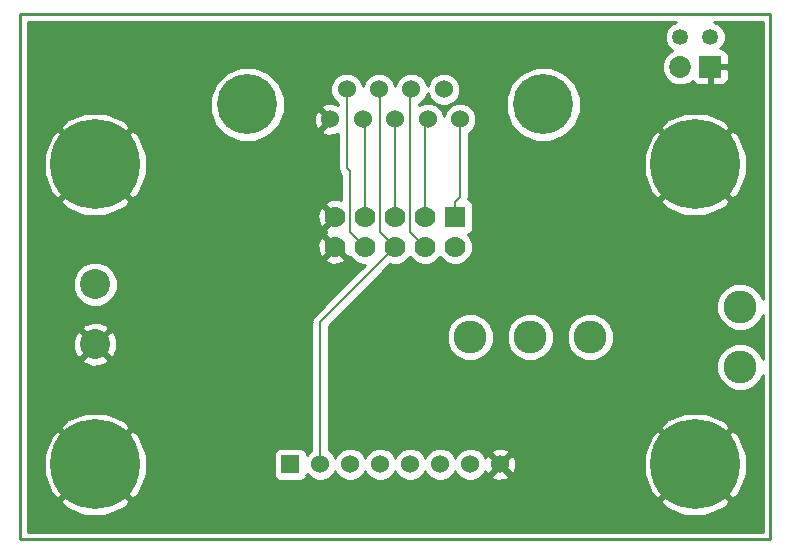
<source format=gbl>
G04 (created by PCBNEW-RS274X (2010-03-14)-final) date Tue 08 Feb 2011 04:32:16 PM PST*
G01*
G70*
G90*
%MOIN*%
G04 Gerber Fmt 3.4, Leading zero omitted, Abs format*
%FSLAX34Y34*%
G04 APERTURE LIST*
%ADD10C,0.006000*%
%ADD11C,0.009000*%
%ADD12C,0.060000*%
%ADD13C,0.200000*%
%ADD14O,0.109500X0.109500*%
%ADD15C,0.109500*%
%ADD16C,0.100000*%
%ADD17R,0.060000X0.060000*%
%ADD18R,0.070000X0.070000*%
%ADD19C,0.070000*%
%ADD20C,0.300000*%
%ADD21C,0.073000*%
%ADD22R,0.073000X0.073000*%
%ADD23C,0.053000*%
%ADD24C,0.008000*%
%ADD25C,0.010000*%
G04 APERTURE END LIST*
G54D10*
G54D11*
X38500Y-39000D02*
X38500Y-56500D01*
X63500Y-39000D02*
X38500Y-39000D01*
X63500Y-56500D02*
X63500Y-39000D01*
X38500Y-56500D02*
X63500Y-56500D01*
G54D12*
X53160Y-42500D03*
X52080Y-42500D03*
X51000Y-42500D03*
X49920Y-42500D03*
X48840Y-42500D03*
X52620Y-41500D03*
X51540Y-41500D03*
X50460Y-41500D03*
X49380Y-41500D03*
G54D13*
X55930Y-42000D03*
X46070Y-42000D03*
G54D14*
X57500Y-49750D03*
X55500Y-49750D03*
X53500Y-49750D03*
G54D15*
X62500Y-50750D03*
X62500Y-48750D03*
G54D16*
X41000Y-48000D03*
X41000Y-50000D03*
G54D17*
X47500Y-54000D03*
G54D12*
X48500Y-54000D03*
X49500Y-54000D03*
X50500Y-54000D03*
X51500Y-54000D03*
X52500Y-54000D03*
X53500Y-54000D03*
X54500Y-54000D03*
G54D18*
X53000Y-45750D03*
G54D19*
X53000Y-46750D03*
X52000Y-45750D03*
X52000Y-46750D03*
X51000Y-45750D03*
X51000Y-46750D03*
X50000Y-45750D03*
X50000Y-46750D03*
X49000Y-45750D03*
X49000Y-46750D03*
G54D20*
X41000Y-44000D03*
X61000Y-44000D03*
X41000Y-54000D03*
X61000Y-54000D03*
G54D21*
X60500Y-40750D03*
G54D22*
X61500Y-40750D03*
G54D23*
X61500Y-39750D03*
X60500Y-39750D03*
G54D24*
X53160Y-45097D02*
X53160Y-42500D01*
X53000Y-45257D02*
X53160Y-45097D01*
X53000Y-45750D02*
X53000Y-45257D01*
X51000Y-45750D02*
X51000Y-42500D01*
X51500Y-41540D02*
X51540Y-41500D01*
X51500Y-46250D02*
X51500Y-41540D01*
X52000Y-46750D02*
X51500Y-46250D01*
X50500Y-41540D02*
X50460Y-41500D01*
X50500Y-46250D02*
X50500Y-41540D01*
X51000Y-46750D02*
X50500Y-46250D01*
X48500Y-49250D02*
X51000Y-46750D01*
X48500Y-54000D02*
X48500Y-49250D01*
X52000Y-42580D02*
X52080Y-42500D01*
X52000Y-45750D02*
X52000Y-42580D01*
X50000Y-42580D02*
X49920Y-42500D01*
X50000Y-45750D02*
X50000Y-42580D01*
X49380Y-44103D02*
X49380Y-41500D01*
X49496Y-44219D02*
X49380Y-44103D01*
X49496Y-46246D02*
X49496Y-44219D01*
X50000Y-46750D02*
X49496Y-46246D01*
G54D25*
X61626Y-39244D02*
X61626Y-39244D01*
X38745Y-39324D02*
X60198Y-39324D01*
X61802Y-39324D02*
X63255Y-39324D01*
X38745Y-39404D02*
X60118Y-39404D01*
X61882Y-39404D02*
X63255Y-39404D01*
X38745Y-39484D02*
X60054Y-39484D01*
X61948Y-39484D02*
X63255Y-39484D01*
X38745Y-39564D02*
X60020Y-39564D01*
X61981Y-39564D02*
X63255Y-39564D01*
X38745Y-39644D02*
X59987Y-39644D01*
X62014Y-39644D02*
X63255Y-39644D01*
X38745Y-39724D02*
X59985Y-39724D01*
X62015Y-39724D02*
X63255Y-39724D01*
X38745Y-39804D02*
X59985Y-39804D01*
X62015Y-39804D02*
X63255Y-39804D01*
X38745Y-39884D02*
X59998Y-39884D01*
X62002Y-39884D02*
X63255Y-39884D01*
X38745Y-39964D02*
X60031Y-39964D01*
X61968Y-39964D02*
X63255Y-39964D01*
X38745Y-40044D02*
X60066Y-40044D01*
X61933Y-40044D02*
X63255Y-40044D01*
X38745Y-40124D02*
X60146Y-40124D01*
X61853Y-40124D02*
X63255Y-40124D01*
X38745Y-40204D02*
X60211Y-40204D01*
X62036Y-40204D02*
X63255Y-40204D01*
X38745Y-40284D02*
X60097Y-40284D01*
X62093Y-40284D02*
X63255Y-40284D01*
X38745Y-40364D02*
X60017Y-40364D01*
X62114Y-40364D02*
X63255Y-40364D01*
X38745Y-40444D02*
X59962Y-40444D01*
X62115Y-40444D02*
X63255Y-40444D01*
X38745Y-40524D02*
X59928Y-40524D01*
X62115Y-40524D02*
X63255Y-40524D01*
X38745Y-40604D02*
X59895Y-40604D01*
X62115Y-40604D02*
X63255Y-40604D01*
X38745Y-40684D02*
X59885Y-40684D01*
X62069Y-40684D02*
X63255Y-40684D01*
X38745Y-40764D02*
X45790Y-40764D01*
X46352Y-40764D02*
X55650Y-40764D01*
X56212Y-40764D02*
X59885Y-40764D01*
X61450Y-40764D02*
X63255Y-40764D01*
X38745Y-40844D02*
X45596Y-40844D01*
X46545Y-40844D02*
X55456Y-40844D01*
X56405Y-40844D02*
X59885Y-40844D01*
X61450Y-40844D02*
X61550Y-40844D01*
X62097Y-40844D02*
X63255Y-40844D01*
X38745Y-40924D02*
X45402Y-40924D01*
X46738Y-40924D02*
X55262Y-40924D01*
X56598Y-40924D02*
X59906Y-40924D01*
X61450Y-40924D02*
X61550Y-40924D01*
X62114Y-40924D02*
X63255Y-40924D01*
X38745Y-41004D02*
X45299Y-41004D01*
X46842Y-41004D02*
X49144Y-41004D01*
X49617Y-41004D02*
X50224Y-41004D01*
X50697Y-41004D02*
X51304Y-41004D01*
X51777Y-41004D02*
X52384Y-41004D01*
X52857Y-41004D02*
X55159Y-41004D01*
X56702Y-41004D02*
X59939Y-41004D01*
X61450Y-41004D02*
X61550Y-41004D01*
X62114Y-41004D02*
X63255Y-41004D01*
X38745Y-41084D02*
X45219Y-41084D01*
X46922Y-41084D02*
X49020Y-41084D01*
X49740Y-41084D02*
X50100Y-41084D01*
X50820Y-41084D02*
X51180Y-41084D01*
X51900Y-41084D02*
X52260Y-41084D01*
X52980Y-41084D02*
X55079Y-41084D01*
X56782Y-41084D02*
X59973Y-41084D01*
X61450Y-41084D02*
X61550Y-41084D01*
X62114Y-41084D02*
X63255Y-41084D01*
X38745Y-41164D02*
X45139Y-41164D01*
X47002Y-41164D02*
X48940Y-41164D01*
X49820Y-41164D02*
X50020Y-41164D01*
X50900Y-41164D02*
X51100Y-41164D01*
X51980Y-41164D02*
X52180Y-41164D01*
X53060Y-41164D02*
X54999Y-41164D01*
X56862Y-41164D02*
X60044Y-41164D01*
X61450Y-41164D02*
X61550Y-41164D01*
X62114Y-41164D02*
X63255Y-41164D01*
X38745Y-41244D02*
X45059Y-41244D01*
X47082Y-41244D02*
X48893Y-41244D01*
X49868Y-41244D02*
X49973Y-41244D01*
X50948Y-41244D02*
X51053Y-41244D01*
X52028Y-41244D02*
X52133Y-41244D01*
X53108Y-41244D02*
X54919Y-41244D01*
X56942Y-41244D02*
X60124Y-41244D01*
X60875Y-41244D02*
X60918Y-41244D01*
X61450Y-41244D02*
X61550Y-41244D01*
X62081Y-41244D02*
X63255Y-41244D01*
X38745Y-41324D02*
X44998Y-41324D01*
X47143Y-41324D02*
X48859Y-41324D01*
X49902Y-41324D02*
X49939Y-41324D01*
X50982Y-41324D02*
X51019Y-41324D01*
X52062Y-41324D02*
X52099Y-41324D01*
X53142Y-41324D02*
X54858Y-41324D01*
X57003Y-41324D02*
X60278Y-41324D01*
X60720Y-41324D02*
X60992Y-41324D01*
X61429Y-41324D02*
X61571Y-41324D01*
X62008Y-41324D02*
X63255Y-41324D01*
X38745Y-41404D02*
X44965Y-41404D01*
X47176Y-41404D02*
X48831Y-41404D01*
X53169Y-41404D02*
X54825Y-41404D01*
X57036Y-41404D02*
X63255Y-41404D01*
X38745Y-41484D02*
X44932Y-41484D01*
X47209Y-41484D02*
X48831Y-41484D01*
X53169Y-41484D02*
X54792Y-41484D01*
X57069Y-41484D02*
X63255Y-41484D01*
X38745Y-41564D02*
X44898Y-41564D01*
X47242Y-41564D02*
X48831Y-41564D01*
X53169Y-41564D02*
X54758Y-41564D01*
X57102Y-41564D02*
X63255Y-41564D01*
X38745Y-41644D02*
X44865Y-41644D01*
X47275Y-41644D02*
X48845Y-41644D01*
X52074Y-41644D02*
X52085Y-41644D01*
X53154Y-41644D02*
X54725Y-41644D01*
X57135Y-41644D02*
X63255Y-41644D01*
X38745Y-41724D02*
X44832Y-41724D01*
X47309Y-41724D02*
X48878Y-41724D01*
X52041Y-41724D02*
X52118Y-41724D01*
X53121Y-41724D02*
X54692Y-41724D01*
X57169Y-41724D02*
X63255Y-41724D01*
X38745Y-41804D02*
X44821Y-41804D01*
X47319Y-41804D02*
X48912Y-41804D01*
X52007Y-41804D02*
X52152Y-41804D01*
X53087Y-41804D02*
X54681Y-41804D01*
X57179Y-41804D02*
X63255Y-41804D01*
X38745Y-41884D02*
X44821Y-41884D01*
X47319Y-41884D02*
X48988Y-41884D01*
X51932Y-41884D02*
X52228Y-41884D01*
X53012Y-41884D02*
X54681Y-41884D01*
X57179Y-41884D02*
X63255Y-41884D01*
X38745Y-41964D02*
X44821Y-41964D01*
X47319Y-41964D02*
X48784Y-41964D01*
X48939Y-41964D02*
X49068Y-41964D01*
X51852Y-41964D02*
X51940Y-41964D01*
X52221Y-41964D02*
X52308Y-41964D01*
X52932Y-41964D02*
X53020Y-41964D01*
X53301Y-41964D02*
X54681Y-41964D01*
X57179Y-41964D02*
X63255Y-41964D01*
X38745Y-42044D02*
X44821Y-42044D01*
X47319Y-42044D02*
X48555Y-42044D01*
X52400Y-42044D02*
X52498Y-42044D01*
X52741Y-42044D02*
X52840Y-42044D01*
X53480Y-42044D02*
X54681Y-42044D01*
X57179Y-42044D02*
X63255Y-42044D01*
X38745Y-42124D02*
X44821Y-42124D01*
X47319Y-42124D02*
X48534Y-42124D01*
X52480Y-42124D02*
X52760Y-42124D01*
X53560Y-42124D02*
X54681Y-42124D01*
X57179Y-42124D02*
X63255Y-42124D01*
X38745Y-42204D02*
X44821Y-42204D01*
X47319Y-42204D02*
X48421Y-42204D01*
X48474Y-42204D02*
X48614Y-42204D01*
X52552Y-42204D02*
X52689Y-42204D01*
X53632Y-42204D02*
X54681Y-42204D01*
X57179Y-42204D02*
X63255Y-42204D01*
X38745Y-42284D02*
X40667Y-42284D01*
X41067Y-42284D02*
X44835Y-42284D01*
X47304Y-42284D02*
X48346Y-42284D01*
X48554Y-42284D02*
X48694Y-42284D01*
X52585Y-42284D02*
X52656Y-42284D01*
X53665Y-42284D02*
X54695Y-42284D01*
X57164Y-42284D02*
X60667Y-42284D01*
X61067Y-42284D02*
X63255Y-42284D01*
X38745Y-42364D02*
X40468Y-42364D01*
X41540Y-42364D02*
X44868Y-42364D01*
X47271Y-42364D02*
X48318Y-42364D01*
X48634Y-42364D02*
X48774Y-42364D01*
X52618Y-42364D02*
X52623Y-42364D01*
X53698Y-42364D02*
X54728Y-42364D01*
X57131Y-42364D02*
X60468Y-42364D01*
X61542Y-42364D02*
X63255Y-42364D01*
X38745Y-42444D02*
X40269Y-42444D01*
X41728Y-42444D02*
X44901Y-42444D01*
X47238Y-42444D02*
X48298Y-42444D01*
X48714Y-42444D02*
X48855Y-42444D01*
X53709Y-42444D02*
X54761Y-42444D01*
X57098Y-42444D02*
X60269Y-42444D01*
X61729Y-42444D02*
X63255Y-42444D01*
X38745Y-42524D02*
X40071Y-42524D01*
X41916Y-42524D02*
X44934Y-42524D01*
X47205Y-42524D02*
X48302Y-42524D01*
X48745Y-42524D02*
X48887Y-42524D01*
X53709Y-42524D02*
X54794Y-42524D01*
X57065Y-42524D02*
X60071Y-42524D01*
X61916Y-42524D02*
X63255Y-42524D01*
X38745Y-42604D02*
X39974Y-42604D01*
X42027Y-42604D02*
X44967Y-42604D01*
X47172Y-42604D02*
X48306Y-42604D01*
X48665Y-42604D02*
X48807Y-42604D01*
X53709Y-42604D02*
X54827Y-42604D01*
X57032Y-42604D02*
X59974Y-42604D01*
X62027Y-42604D02*
X63255Y-42604D01*
X38745Y-42684D02*
X39911Y-42684D01*
X42090Y-42684D02*
X45000Y-42684D01*
X47139Y-42684D02*
X48328Y-42684D01*
X48585Y-42684D02*
X48727Y-42684D01*
X53677Y-42684D02*
X54860Y-42684D01*
X56999Y-42684D02*
X59911Y-42684D01*
X62090Y-42684D02*
X63255Y-42684D01*
X38745Y-42764D02*
X39849Y-42764D01*
X42152Y-42764D02*
X45066Y-42764D01*
X47073Y-42764D02*
X48361Y-42764D01*
X48505Y-42764D02*
X48647Y-42764D01*
X53644Y-42764D02*
X54926Y-42764D01*
X56933Y-42764D02*
X59849Y-42764D01*
X62152Y-42764D02*
X63255Y-42764D01*
X38745Y-42844D02*
X39770Y-42844D01*
X39774Y-42844D02*
X39914Y-42844D01*
X42085Y-42844D02*
X42227Y-42844D01*
X42231Y-42844D02*
X45146Y-42844D01*
X46993Y-42844D02*
X48567Y-42844D01*
X53592Y-42844D02*
X55006Y-42844D01*
X56853Y-42844D02*
X59770Y-42844D01*
X59774Y-42844D02*
X59914Y-42844D01*
X62085Y-42844D02*
X62227Y-42844D01*
X62231Y-42844D02*
X63255Y-42844D01*
X38745Y-42924D02*
X39668Y-42924D01*
X39854Y-42924D02*
X39994Y-42924D01*
X42005Y-42924D02*
X42147Y-42924D01*
X42333Y-42924D02*
X45226Y-42924D01*
X46913Y-42924D02*
X48545Y-42924D01*
X53512Y-42924D02*
X55086Y-42924D01*
X56773Y-42924D02*
X59668Y-42924D01*
X59854Y-42924D02*
X59994Y-42924D01*
X62005Y-42924D02*
X62147Y-42924D01*
X62333Y-42924D02*
X63255Y-42924D01*
X38745Y-43004D02*
X39566Y-43004D01*
X39934Y-43004D02*
X40074Y-43004D01*
X41925Y-43004D02*
X42067Y-43004D01*
X42435Y-43004D02*
X45306Y-43004D01*
X46833Y-43004D02*
X48650Y-43004D01*
X49041Y-43004D02*
X49090Y-43004D01*
X53450Y-43004D02*
X55166Y-43004D01*
X56693Y-43004D02*
X59566Y-43004D01*
X59934Y-43004D02*
X60074Y-43004D01*
X61925Y-43004D02*
X62067Y-43004D01*
X62435Y-43004D02*
X63255Y-43004D01*
X38745Y-43084D02*
X39525Y-43084D01*
X40014Y-43084D02*
X40154Y-43084D01*
X41845Y-43084D02*
X41987Y-43084D01*
X42482Y-43084D02*
X45421Y-43084D01*
X46718Y-43084D02*
X49090Y-43084D01*
X53450Y-43084D02*
X55281Y-43084D01*
X56578Y-43084D02*
X59525Y-43084D01*
X60014Y-43084D02*
X60154Y-43084D01*
X61845Y-43084D02*
X61987Y-43084D01*
X62482Y-43084D02*
X63255Y-43084D01*
X38745Y-43164D02*
X39491Y-43164D01*
X40094Y-43164D02*
X40234Y-43164D01*
X41765Y-43164D02*
X41907Y-43164D01*
X42514Y-43164D02*
X45614Y-43164D01*
X46525Y-43164D02*
X49090Y-43164D01*
X53450Y-43164D02*
X55474Y-43164D01*
X56385Y-43164D02*
X59491Y-43164D01*
X60094Y-43164D02*
X60234Y-43164D01*
X61765Y-43164D02*
X61907Y-43164D01*
X62514Y-43164D02*
X63255Y-43164D01*
X38745Y-43244D02*
X39457Y-43244D01*
X40174Y-43244D02*
X40314Y-43244D01*
X41685Y-43244D02*
X41827Y-43244D01*
X42546Y-43244D02*
X45807Y-43244D01*
X46331Y-43244D02*
X49090Y-43244D01*
X53450Y-43244D02*
X55667Y-43244D01*
X56191Y-43244D02*
X59457Y-43244D01*
X60174Y-43244D02*
X60314Y-43244D01*
X61685Y-43244D02*
X61827Y-43244D01*
X62546Y-43244D02*
X63255Y-43244D01*
X38745Y-43324D02*
X39423Y-43324D01*
X40254Y-43324D02*
X40394Y-43324D01*
X41605Y-43324D02*
X41747Y-43324D01*
X42579Y-43324D02*
X49090Y-43324D01*
X53450Y-43324D02*
X59423Y-43324D01*
X60254Y-43324D02*
X60394Y-43324D01*
X61605Y-43324D02*
X61747Y-43324D01*
X62579Y-43324D02*
X63255Y-43324D01*
X38745Y-43404D02*
X39388Y-43404D01*
X40334Y-43404D02*
X40474Y-43404D01*
X41525Y-43404D02*
X41667Y-43404D01*
X42611Y-43404D02*
X49090Y-43404D01*
X53450Y-43404D02*
X59388Y-43404D01*
X60334Y-43404D02*
X60474Y-43404D01*
X61525Y-43404D02*
X61667Y-43404D01*
X62611Y-43404D02*
X63255Y-43404D01*
X38745Y-43484D02*
X39354Y-43484D01*
X40414Y-43484D02*
X40554Y-43484D01*
X41445Y-43484D02*
X41587Y-43484D01*
X42643Y-43484D02*
X49090Y-43484D01*
X53450Y-43484D02*
X59354Y-43484D01*
X60414Y-43484D02*
X60554Y-43484D01*
X61445Y-43484D02*
X61587Y-43484D01*
X62643Y-43484D02*
X63255Y-43484D01*
X38745Y-43564D02*
X39320Y-43564D01*
X40494Y-43564D02*
X40634Y-43564D01*
X41365Y-43564D02*
X41507Y-43564D01*
X42675Y-43564D02*
X49090Y-43564D01*
X53450Y-43564D02*
X59320Y-43564D01*
X60494Y-43564D02*
X60634Y-43564D01*
X61365Y-43564D02*
X61507Y-43564D01*
X62675Y-43564D02*
X63255Y-43564D01*
X38745Y-43644D02*
X39287Y-43644D01*
X40574Y-43644D02*
X40714Y-43644D01*
X41285Y-43644D02*
X41427Y-43644D01*
X42708Y-43644D02*
X49090Y-43644D01*
X53450Y-43644D02*
X59287Y-43644D01*
X60574Y-43644D02*
X60714Y-43644D01*
X61285Y-43644D02*
X61427Y-43644D01*
X62708Y-43644D02*
X63255Y-43644D01*
X38745Y-43724D02*
X39287Y-43724D01*
X40654Y-43724D02*
X40794Y-43724D01*
X41205Y-43724D02*
X41347Y-43724D01*
X42719Y-43724D02*
X49090Y-43724D01*
X53450Y-43724D02*
X59287Y-43724D01*
X60654Y-43724D02*
X60794Y-43724D01*
X61205Y-43724D02*
X61347Y-43724D01*
X62719Y-43724D02*
X63255Y-43724D01*
X38745Y-43804D02*
X39286Y-43804D01*
X40734Y-43804D02*
X40874Y-43804D01*
X41125Y-43804D02*
X41267Y-43804D01*
X42718Y-43804D02*
X49090Y-43804D01*
X53450Y-43804D02*
X59286Y-43804D01*
X60734Y-43804D02*
X60874Y-43804D01*
X61125Y-43804D02*
X61267Y-43804D01*
X62718Y-43804D02*
X63255Y-43804D01*
X38745Y-43884D02*
X39285Y-43884D01*
X40814Y-43884D02*
X40954Y-43884D01*
X41045Y-43884D02*
X41187Y-43884D01*
X42717Y-43884D02*
X49090Y-43884D01*
X53450Y-43884D02*
X59285Y-43884D01*
X60814Y-43884D02*
X60954Y-43884D01*
X61045Y-43884D02*
X61187Y-43884D01*
X62717Y-43884D02*
X63255Y-43884D01*
X38745Y-43964D02*
X39284Y-43964D01*
X40894Y-43964D02*
X41107Y-43964D01*
X42717Y-43964D02*
X49090Y-43964D01*
X53450Y-43964D02*
X59284Y-43964D01*
X60894Y-43964D02*
X61107Y-43964D01*
X62717Y-43964D02*
X63255Y-43964D01*
X38745Y-44044D02*
X39283Y-44044D01*
X40885Y-44044D02*
X41114Y-44044D01*
X42716Y-44044D02*
X49090Y-44044D01*
X53450Y-44044D02*
X59283Y-44044D01*
X60885Y-44044D02*
X61114Y-44044D01*
X62716Y-44044D02*
X63255Y-44044D01*
X38745Y-44124D02*
X39283Y-44124D01*
X40805Y-44124D02*
X40947Y-44124D01*
X41054Y-44124D02*
X41194Y-44124D01*
X42715Y-44124D02*
X49094Y-44124D01*
X53450Y-44124D02*
X59283Y-44124D01*
X60805Y-44124D02*
X60947Y-44124D01*
X61054Y-44124D02*
X61194Y-44124D01*
X62715Y-44124D02*
X63255Y-44124D01*
X38745Y-44204D02*
X39282Y-44204D01*
X40725Y-44204D02*
X40867Y-44204D01*
X41134Y-44204D02*
X41274Y-44204D01*
X42714Y-44204D02*
X49110Y-44204D01*
X53450Y-44204D02*
X59282Y-44204D01*
X60725Y-44204D02*
X60867Y-44204D01*
X61134Y-44204D02*
X61274Y-44204D01*
X62714Y-44204D02*
X63255Y-44204D01*
X38745Y-44284D02*
X39281Y-44284D01*
X40645Y-44284D02*
X40787Y-44284D01*
X41214Y-44284D02*
X41354Y-44284D01*
X42713Y-44284D02*
X49158Y-44284D01*
X53450Y-44284D02*
X59281Y-44284D01*
X60645Y-44284D02*
X60787Y-44284D01*
X61214Y-44284D02*
X61354Y-44284D01*
X62713Y-44284D02*
X63255Y-44284D01*
X38745Y-44364D02*
X39296Y-44364D01*
X40565Y-44364D02*
X40707Y-44364D01*
X41294Y-44364D02*
X41434Y-44364D01*
X42710Y-44364D02*
X49206Y-44364D01*
X53450Y-44364D02*
X59296Y-44364D01*
X60565Y-44364D02*
X60707Y-44364D01*
X61294Y-44364D02*
X61434Y-44364D01*
X62710Y-44364D02*
X63255Y-44364D01*
X38745Y-44444D02*
X39328Y-44444D01*
X40485Y-44444D02*
X40627Y-44444D01*
X41374Y-44444D02*
X41514Y-44444D01*
X42676Y-44444D02*
X49206Y-44444D01*
X53450Y-44444D02*
X59328Y-44444D01*
X60485Y-44444D02*
X60627Y-44444D01*
X61374Y-44444D02*
X61514Y-44444D01*
X62676Y-44444D02*
X63255Y-44444D01*
X38745Y-44524D02*
X39360Y-44524D01*
X40405Y-44524D02*
X40547Y-44524D01*
X41454Y-44524D02*
X41594Y-44524D01*
X42642Y-44524D02*
X49206Y-44524D01*
X53450Y-44524D02*
X59360Y-44524D01*
X60405Y-44524D02*
X60547Y-44524D01*
X61454Y-44524D02*
X61594Y-44524D01*
X62642Y-44524D02*
X63255Y-44524D01*
X38745Y-44604D02*
X39392Y-44604D01*
X40325Y-44604D02*
X40467Y-44604D01*
X41534Y-44604D02*
X41674Y-44604D01*
X42608Y-44604D02*
X49206Y-44604D01*
X53450Y-44604D02*
X59392Y-44604D01*
X60325Y-44604D02*
X60467Y-44604D01*
X61534Y-44604D02*
X61674Y-44604D01*
X62608Y-44604D02*
X63255Y-44604D01*
X38745Y-44684D02*
X39425Y-44684D01*
X40245Y-44684D02*
X40387Y-44684D01*
X41614Y-44684D02*
X41754Y-44684D01*
X42574Y-44684D02*
X49206Y-44684D01*
X53450Y-44684D02*
X59425Y-44684D01*
X60245Y-44684D02*
X60387Y-44684D01*
X61614Y-44684D02*
X61754Y-44684D01*
X62574Y-44684D02*
X63255Y-44684D01*
X38745Y-44764D02*
X39457Y-44764D01*
X40165Y-44764D02*
X40307Y-44764D01*
X41694Y-44764D02*
X41834Y-44764D01*
X42540Y-44764D02*
X49206Y-44764D01*
X53450Y-44764D02*
X59457Y-44764D01*
X60165Y-44764D02*
X60307Y-44764D01*
X61694Y-44764D02*
X61834Y-44764D01*
X62540Y-44764D02*
X63255Y-44764D01*
X38745Y-44844D02*
X39489Y-44844D01*
X40085Y-44844D02*
X40227Y-44844D01*
X41774Y-44844D02*
X41914Y-44844D01*
X42506Y-44844D02*
X49206Y-44844D01*
X53450Y-44844D02*
X59489Y-44844D01*
X60085Y-44844D02*
X60227Y-44844D01*
X61774Y-44844D02*
X61914Y-44844D01*
X62506Y-44844D02*
X63255Y-44844D01*
X38745Y-44924D02*
X39521Y-44924D01*
X40005Y-44924D02*
X40147Y-44924D01*
X41854Y-44924D02*
X41994Y-44924D01*
X42472Y-44924D02*
X49206Y-44924D01*
X53450Y-44924D02*
X59521Y-44924D01*
X60005Y-44924D02*
X60147Y-44924D01*
X61854Y-44924D02*
X61994Y-44924D01*
X62472Y-44924D02*
X63255Y-44924D01*
X38745Y-45004D02*
X39575Y-45004D01*
X39925Y-45004D02*
X40067Y-45004D01*
X41934Y-45004D02*
X42074Y-45004D01*
X42424Y-45004D02*
X49206Y-45004D01*
X53450Y-45004D02*
X59575Y-45004D01*
X59925Y-45004D02*
X60067Y-45004D01*
X61934Y-45004D02*
X62074Y-45004D01*
X62424Y-45004D02*
X63255Y-45004D01*
X38745Y-45084D02*
X39677Y-45084D01*
X39845Y-45084D02*
X39987Y-45084D01*
X42014Y-45084D02*
X42154Y-45084D01*
X42322Y-45084D02*
X49206Y-45084D01*
X53450Y-45084D02*
X59677Y-45084D01*
X59845Y-45084D02*
X59987Y-45084D01*
X62014Y-45084D02*
X62154Y-45084D01*
X62322Y-45084D02*
X63255Y-45084D01*
X38745Y-45164D02*
X39907Y-45164D01*
X42094Y-45164D02*
X48942Y-45164D01*
X49111Y-45164D02*
X49206Y-45164D01*
X53436Y-45164D02*
X59907Y-45164D01*
X62094Y-45164D02*
X63255Y-45164D01*
X38745Y-45244D02*
X39854Y-45244D01*
X42145Y-45244D02*
X48688Y-45244D01*
X53546Y-45244D02*
X59854Y-45244D01*
X62145Y-45244D02*
X63255Y-45244D01*
X38745Y-45324D02*
X39917Y-45324D01*
X42082Y-45324D02*
X48661Y-45324D01*
X53588Y-45324D02*
X59917Y-45324D01*
X62082Y-45324D02*
X63255Y-45324D01*
X38745Y-45404D02*
X39979Y-45404D01*
X42020Y-45404D02*
X48725Y-45404D01*
X53599Y-45404D02*
X59979Y-45404D01*
X62020Y-45404D02*
X63255Y-45404D01*
X38745Y-45484D02*
X40103Y-45484D01*
X41909Y-45484D02*
X48471Y-45484D01*
X48663Y-45484D02*
X48805Y-45484D01*
X53599Y-45484D02*
X60103Y-45484D01*
X61909Y-45484D02*
X63255Y-45484D01*
X38745Y-45564D02*
X40291Y-45564D01*
X41711Y-45564D02*
X48442Y-45564D01*
X48743Y-45564D02*
X48885Y-45564D01*
X53599Y-45564D02*
X60291Y-45564D01*
X61711Y-45564D02*
X63255Y-45564D01*
X38745Y-45644D02*
X40479Y-45644D01*
X41512Y-45644D02*
X48413Y-45644D01*
X48823Y-45644D02*
X48965Y-45644D01*
X53599Y-45644D02*
X60479Y-45644D01*
X61512Y-45644D02*
X63255Y-45644D01*
X38745Y-45724D02*
X48410Y-45724D01*
X48903Y-45724D02*
X49045Y-45724D01*
X53599Y-45724D02*
X63255Y-45724D01*
X38745Y-45804D02*
X48413Y-45804D01*
X48875Y-45804D02*
X49017Y-45804D01*
X53599Y-45804D02*
X63255Y-45804D01*
X38745Y-45884D02*
X48417Y-45884D01*
X48795Y-45884D02*
X48937Y-45884D01*
X53599Y-45884D02*
X63255Y-45884D01*
X38745Y-45964D02*
X48447Y-45964D01*
X48715Y-45964D02*
X48857Y-45964D01*
X53599Y-45964D02*
X63255Y-45964D01*
X38745Y-46044D02*
X48480Y-46044D01*
X48635Y-46044D02*
X48777Y-46044D01*
X53599Y-46044D02*
X63255Y-46044D01*
X38745Y-46124D02*
X48697Y-46124D01*
X53599Y-46124D02*
X63255Y-46124D01*
X38745Y-46204D02*
X48670Y-46204D01*
X53576Y-46204D02*
X63255Y-46204D01*
X38745Y-46284D02*
X48674Y-46284D01*
X53518Y-46284D02*
X63255Y-46284D01*
X38745Y-46364D02*
X48685Y-46364D01*
X53461Y-46364D02*
X63255Y-46364D01*
X38745Y-46444D02*
X48486Y-46444D01*
X48623Y-46444D02*
X48765Y-46444D01*
X53522Y-46444D02*
X63255Y-46444D01*
X38745Y-46524D02*
X48457Y-46524D01*
X48703Y-46524D02*
X48845Y-46524D01*
X53555Y-46524D02*
X63255Y-46524D01*
X38745Y-46604D02*
X48428Y-46604D01*
X48783Y-46604D02*
X48925Y-46604D01*
X53588Y-46604D02*
X63255Y-46604D01*
X38745Y-46684D02*
X48408Y-46684D01*
X48863Y-46684D02*
X49005Y-46684D01*
X53599Y-46684D02*
X63255Y-46684D01*
X38745Y-46764D02*
X48411Y-46764D01*
X48915Y-46764D02*
X49085Y-46764D01*
X53599Y-46764D02*
X63255Y-46764D01*
X38745Y-46844D02*
X48415Y-46844D01*
X48835Y-46844D02*
X48977Y-46844D01*
X49023Y-46844D02*
X49165Y-46844D01*
X53599Y-46844D02*
X63255Y-46844D01*
X38745Y-46924D02*
X48430Y-46924D01*
X48755Y-46924D02*
X48897Y-46924D01*
X49103Y-46924D02*
X49245Y-46924D01*
X53576Y-46924D02*
X63255Y-46924D01*
X38745Y-47004D02*
X48463Y-47004D01*
X48675Y-47004D02*
X48817Y-47004D01*
X49183Y-47004D02*
X49325Y-47004D01*
X53543Y-47004D02*
X63255Y-47004D01*
X38745Y-47084D02*
X48559Y-47084D01*
X48595Y-47084D02*
X48737Y-47084D01*
X49263Y-47084D02*
X49405Y-47084D01*
X49440Y-47084D02*
X49490Y-47084D01*
X53510Y-47084D02*
X63255Y-47084D01*
X38745Y-47164D02*
X48657Y-47164D01*
X49343Y-47164D02*
X49567Y-47164D01*
X51431Y-47164D02*
X51567Y-47164D01*
X52431Y-47164D02*
X52567Y-47164D01*
X53433Y-47164D02*
X63255Y-47164D01*
X38745Y-47244D02*
X48683Y-47244D01*
X49316Y-47244D02*
X49647Y-47244D01*
X51352Y-47244D02*
X51647Y-47244D01*
X52352Y-47244D02*
X52647Y-47244D01*
X53353Y-47244D02*
X63255Y-47244D01*
X38745Y-47324D02*
X40676Y-47324D01*
X41327Y-47324D02*
X48856Y-47324D01*
X49163Y-47324D02*
X49820Y-47324D01*
X51179Y-47324D02*
X51820Y-47324D01*
X52179Y-47324D02*
X52820Y-47324D01*
X53179Y-47324D02*
X63255Y-47324D01*
X38745Y-47404D02*
X40538Y-47404D01*
X41463Y-47404D02*
X49936Y-47404D01*
X50755Y-47404D02*
X63255Y-47404D01*
X38745Y-47484D02*
X40458Y-47484D01*
X41543Y-47484D02*
X49856Y-47484D01*
X50675Y-47484D02*
X63255Y-47484D01*
X38745Y-47564D02*
X40378Y-47564D01*
X41623Y-47564D02*
X49776Y-47564D01*
X50595Y-47564D02*
X63255Y-47564D01*
X38745Y-47644D02*
X40338Y-47644D01*
X41663Y-47644D02*
X49696Y-47644D01*
X50515Y-47644D02*
X63255Y-47644D01*
X38745Y-47724D02*
X40304Y-47724D01*
X41696Y-47724D02*
X49616Y-47724D01*
X50435Y-47724D02*
X63255Y-47724D01*
X38745Y-47804D02*
X40271Y-47804D01*
X41730Y-47804D02*
X49536Y-47804D01*
X50355Y-47804D02*
X63255Y-47804D01*
X38745Y-47884D02*
X40251Y-47884D01*
X41749Y-47884D02*
X49456Y-47884D01*
X50275Y-47884D02*
X63255Y-47884D01*
X38745Y-47964D02*
X40251Y-47964D01*
X41749Y-47964D02*
X49376Y-47964D01*
X50195Y-47964D02*
X62316Y-47964D01*
X62686Y-47964D02*
X63255Y-47964D01*
X38745Y-48044D02*
X40251Y-48044D01*
X41749Y-48044D02*
X49296Y-48044D01*
X50115Y-48044D02*
X62122Y-48044D01*
X62878Y-48044D02*
X63255Y-48044D01*
X38745Y-48124D02*
X40251Y-48124D01*
X41749Y-48124D02*
X49216Y-48124D01*
X50035Y-48124D02*
X61999Y-48124D01*
X63001Y-48124D02*
X63255Y-48124D01*
X38745Y-48204D02*
X40274Y-48204D01*
X41726Y-48204D02*
X49136Y-48204D01*
X49955Y-48204D02*
X61919Y-48204D01*
X63081Y-48204D02*
X63255Y-48204D01*
X38745Y-48284D02*
X40307Y-48284D01*
X41692Y-48284D02*
X49056Y-48284D01*
X49875Y-48284D02*
X61839Y-48284D01*
X63161Y-48284D02*
X63255Y-48284D01*
X38745Y-48364D02*
X40340Y-48364D01*
X41659Y-48364D02*
X48976Y-48364D01*
X49795Y-48364D02*
X61798Y-48364D01*
X63203Y-48364D02*
X63255Y-48364D01*
X38745Y-48444D02*
X40385Y-48444D01*
X41614Y-48444D02*
X48895Y-48444D01*
X49715Y-48444D02*
X61765Y-48444D01*
X63236Y-48444D02*
X63255Y-48444D01*
X38745Y-48524D02*
X40465Y-48524D01*
X41534Y-48524D02*
X48815Y-48524D01*
X49635Y-48524D02*
X61731Y-48524D01*
X38745Y-48604D02*
X40545Y-48604D01*
X41454Y-48604D02*
X48735Y-48604D01*
X49555Y-48604D02*
X61703Y-48604D01*
X38745Y-48684D02*
X40694Y-48684D01*
X41304Y-48684D02*
X48655Y-48684D01*
X49475Y-48684D02*
X61703Y-48684D01*
X38745Y-48764D02*
X48576Y-48764D01*
X49395Y-48764D02*
X61703Y-48764D01*
X38745Y-48844D02*
X48496Y-48844D01*
X49315Y-48844D02*
X61703Y-48844D01*
X38745Y-48924D02*
X48416Y-48924D01*
X49235Y-48924D02*
X61709Y-48924D01*
X38745Y-49004D02*
X48336Y-49004D01*
X49155Y-49004D02*
X53222Y-49004D01*
X53779Y-49004D02*
X55222Y-49004D01*
X55779Y-49004D02*
X57222Y-49004D01*
X57779Y-49004D02*
X61742Y-49004D01*
X38745Y-49084D02*
X48269Y-49084D01*
X49075Y-49084D02*
X53046Y-49084D01*
X53955Y-49084D02*
X55046Y-49084D01*
X55955Y-49084D02*
X57046Y-49084D01*
X57955Y-49084D02*
X61775Y-49084D01*
X63223Y-49084D02*
X63255Y-49084D01*
X38745Y-49164D02*
X48228Y-49164D01*
X48995Y-49164D02*
X52966Y-49164D01*
X54035Y-49164D02*
X54966Y-49164D01*
X56035Y-49164D02*
X56966Y-49164D01*
X58035Y-49164D02*
X61808Y-49164D01*
X63190Y-49164D02*
X63255Y-49164D01*
X38745Y-49244D02*
X48212Y-49244D01*
X48915Y-49244D02*
X52886Y-49244D01*
X54115Y-49244D02*
X54886Y-49244D01*
X56115Y-49244D02*
X56886Y-49244D01*
X58115Y-49244D02*
X61867Y-49244D01*
X63133Y-49244D02*
X63255Y-49244D01*
X38745Y-49324D02*
X40702Y-49324D01*
X41291Y-49324D02*
X48210Y-49324D01*
X48835Y-49324D02*
X52824Y-49324D01*
X54176Y-49324D02*
X54824Y-49324D01*
X56177Y-49324D02*
X56824Y-49324D01*
X58176Y-49324D02*
X61947Y-49324D01*
X63053Y-49324D02*
X63255Y-49324D01*
X38745Y-49404D02*
X40584Y-49404D01*
X41417Y-49404D02*
X48210Y-49404D01*
X48790Y-49404D02*
X52791Y-49404D01*
X54210Y-49404D02*
X54791Y-49404D01*
X56210Y-49404D02*
X56791Y-49404D01*
X58210Y-49404D02*
X62027Y-49404D01*
X62973Y-49404D02*
X63255Y-49404D01*
X38745Y-49484D02*
X40554Y-49484D01*
X41445Y-49484D02*
X48210Y-49484D01*
X48790Y-49484D02*
X52758Y-49484D01*
X54243Y-49484D02*
X54758Y-49484D01*
X56243Y-49484D02*
X56758Y-49484D01*
X58243Y-49484D02*
X62189Y-49484D01*
X62810Y-49484D02*
X63255Y-49484D01*
X38745Y-49564D02*
X40449Y-49564D01*
X40494Y-49564D02*
X40634Y-49564D01*
X41365Y-49564D02*
X41507Y-49564D01*
X41552Y-49564D02*
X48210Y-49564D01*
X48790Y-49564D02*
X52725Y-49564D01*
X54276Y-49564D02*
X54725Y-49564D01*
X56276Y-49564D02*
X56725Y-49564D01*
X58276Y-49564D02*
X63255Y-49564D01*
X38745Y-49644D02*
X40350Y-49644D01*
X40574Y-49644D02*
X40714Y-49644D01*
X41285Y-49644D02*
X41427Y-49644D01*
X41653Y-49644D02*
X48210Y-49644D01*
X48790Y-49644D02*
X52718Y-49644D01*
X54282Y-49644D02*
X54718Y-49644D01*
X56282Y-49644D02*
X56718Y-49644D01*
X58282Y-49644D02*
X63255Y-49644D01*
X38745Y-49724D02*
X40319Y-49724D01*
X40654Y-49724D02*
X40794Y-49724D01*
X41205Y-49724D02*
X41347Y-49724D01*
X41686Y-49724D02*
X48210Y-49724D01*
X48790Y-49724D02*
X52718Y-49724D01*
X54282Y-49724D02*
X54718Y-49724D01*
X56282Y-49724D02*
X56718Y-49724D01*
X58282Y-49724D02*
X63255Y-49724D01*
X38745Y-49804D02*
X40288Y-49804D01*
X40734Y-49804D02*
X40875Y-49804D01*
X41125Y-49804D02*
X41267Y-49804D01*
X41719Y-49804D02*
X48210Y-49804D01*
X48790Y-49804D02*
X52718Y-49804D01*
X54282Y-49804D02*
X54718Y-49804D01*
X56282Y-49804D02*
X56718Y-49804D01*
X58282Y-49804D02*
X63255Y-49804D01*
X38745Y-49884D02*
X40261Y-49884D01*
X40814Y-49884D02*
X40955Y-49884D01*
X41045Y-49884D02*
X41187Y-49884D01*
X41733Y-49884D02*
X48210Y-49884D01*
X48790Y-49884D02*
X52718Y-49884D01*
X54282Y-49884D02*
X54718Y-49884D01*
X56282Y-49884D02*
X56718Y-49884D01*
X58282Y-49884D02*
X63255Y-49884D01*
X38745Y-49964D02*
X40263Y-49964D01*
X40894Y-49964D02*
X41107Y-49964D01*
X41735Y-49964D02*
X48210Y-49964D01*
X48790Y-49964D02*
X52736Y-49964D01*
X54264Y-49964D02*
X54736Y-49964D01*
X56264Y-49964D02*
X56736Y-49964D01*
X58264Y-49964D02*
X62316Y-49964D01*
X62686Y-49964D02*
X63255Y-49964D01*
X38745Y-50044D02*
X40265Y-50044D01*
X40885Y-50044D02*
X41114Y-50044D01*
X41737Y-50044D02*
X48210Y-50044D01*
X48790Y-50044D02*
X52769Y-50044D01*
X54231Y-50044D02*
X54769Y-50044D01*
X56231Y-50044D02*
X56769Y-50044D01*
X58231Y-50044D02*
X62122Y-50044D01*
X62878Y-50044D02*
X63255Y-50044D01*
X38745Y-50124D02*
X40267Y-50124D01*
X40805Y-50124D02*
X40947Y-50124D01*
X41054Y-50124D02*
X41194Y-50124D01*
X41739Y-50124D02*
X48210Y-50124D01*
X48790Y-50124D02*
X52802Y-50124D01*
X54197Y-50124D02*
X54802Y-50124D01*
X56197Y-50124D02*
X56802Y-50124D01*
X58197Y-50124D02*
X61999Y-50124D01*
X63001Y-50124D02*
X63255Y-50124D01*
X38745Y-50204D02*
X40285Y-50204D01*
X40725Y-50204D02*
X40867Y-50204D01*
X41134Y-50204D02*
X41274Y-50204D01*
X41709Y-50204D02*
X48210Y-50204D01*
X48790Y-50204D02*
X52835Y-50204D01*
X54164Y-50204D02*
X54835Y-50204D01*
X56164Y-50204D02*
X56835Y-50204D01*
X58164Y-50204D02*
X61919Y-50204D01*
X63081Y-50204D02*
X63255Y-50204D01*
X38745Y-50284D02*
X40318Y-50284D01*
X40645Y-50284D02*
X40786Y-50284D01*
X41214Y-50284D02*
X41354Y-50284D01*
X41678Y-50284D02*
X48210Y-50284D01*
X48790Y-50284D02*
X52913Y-50284D01*
X54086Y-50284D02*
X54913Y-50284D01*
X56086Y-50284D02*
X56913Y-50284D01*
X58086Y-50284D02*
X61839Y-50284D01*
X63161Y-50284D02*
X63255Y-50284D01*
X38745Y-50364D02*
X40351Y-50364D01*
X40565Y-50364D02*
X40706Y-50364D01*
X41294Y-50364D02*
X41434Y-50364D01*
X41647Y-50364D02*
X48210Y-50364D01*
X48790Y-50364D02*
X52993Y-50364D01*
X54006Y-50364D02*
X54993Y-50364D01*
X56006Y-50364D02*
X56993Y-50364D01*
X58006Y-50364D02*
X61798Y-50364D01*
X63203Y-50364D02*
X63255Y-50364D01*
X38745Y-50444D02*
X40466Y-50444D01*
X40485Y-50444D02*
X40626Y-50444D01*
X41374Y-50444D02*
X41514Y-50444D01*
X41533Y-50444D02*
X48210Y-50444D01*
X48790Y-50444D02*
X53095Y-50444D01*
X53903Y-50444D02*
X55095Y-50444D01*
X55903Y-50444D02*
X57095Y-50444D01*
X57903Y-50444D02*
X61765Y-50444D01*
X63236Y-50444D02*
X63255Y-50444D01*
X38745Y-50524D02*
X40551Y-50524D01*
X41448Y-50524D02*
X48210Y-50524D01*
X48790Y-50524D02*
X53288Y-50524D01*
X53710Y-50524D02*
X55288Y-50524D01*
X55710Y-50524D02*
X57288Y-50524D01*
X57710Y-50524D02*
X61731Y-50524D01*
X38745Y-50604D02*
X40586Y-50604D01*
X41413Y-50604D02*
X48210Y-50604D01*
X48790Y-50604D02*
X61703Y-50604D01*
X38745Y-50684D02*
X40730Y-50684D01*
X41278Y-50684D02*
X48210Y-50684D01*
X48790Y-50684D02*
X61703Y-50684D01*
X38745Y-50764D02*
X48210Y-50764D01*
X48790Y-50764D02*
X61703Y-50764D01*
X38745Y-50844D02*
X48210Y-50844D01*
X48790Y-50844D02*
X61703Y-50844D01*
X38745Y-50924D02*
X48210Y-50924D01*
X48790Y-50924D02*
X61709Y-50924D01*
X38745Y-51004D02*
X48210Y-51004D01*
X48790Y-51004D02*
X61742Y-51004D01*
X38745Y-51084D02*
X48210Y-51084D01*
X48790Y-51084D02*
X61775Y-51084D01*
X63223Y-51084D02*
X63255Y-51084D01*
X38745Y-51164D02*
X48210Y-51164D01*
X48790Y-51164D02*
X61808Y-51164D01*
X63190Y-51164D02*
X63255Y-51164D01*
X38745Y-51244D02*
X48210Y-51244D01*
X48790Y-51244D02*
X61867Y-51244D01*
X63133Y-51244D02*
X63255Y-51244D01*
X38745Y-51324D02*
X48210Y-51324D01*
X48790Y-51324D02*
X61947Y-51324D01*
X63053Y-51324D02*
X63255Y-51324D01*
X38745Y-51404D02*
X48210Y-51404D01*
X48790Y-51404D02*
X62027Y-51404D01*
X62973Y-51404D02*
X63255Y-51404D01*
X38745Y-51484D02*
X48210Y-51484D01*
X48790Y-51484D02*
X62189Y-51484D01*
X62810Y-51484D02*
X63255Y-51484D01*
X38745Y-51564D02*
X48210Y-51564D01*
X48790Y-51564D02*
X63255Y-51564D01*
X38745Y-51644D02*
X48210Y-51644D01*
X48790Y-51644D02*
X63255Y-51644D01*
X38745Y-51724D02*
X48210Y-51724D01*
X48790Y-51724D02*
X63255Y-51724D01*
X38745Y-51804D02*
X48210Y-51804D01*
X48790Y-51804D02*
X63255Y-51804D01*
X38745Y-51884D02*
X48210Y-51884D01*
X48790Y-51884D02*
X63255Y-51884D01*
X38745Y-51964D02*
X48210Y-51964D01*
X48790Y-51964D02*
X63255Y-51964D01*
X38745Y-52044D02*
X48210Y-52044D01*
X48790Y-52044D02*
X63255Y-52044D01*
X38745Y-52124D02*
X48210Y-52124D01*
X48790Y-52124D02*
X63255Y-52124D01*
X38745Y-52204D02*
X48210Y-52204D01*
X48790Y-52204D02*
X63255Y-52204D01*
X38745Y-52284D02*
X40666Y-52284D01*
X41068Y-52284D02*
X48210Y-52284D01*
X48790Y-52284D02*
X60667Y-52284D01*
X61108Y-52284D02*
X63255Y-52284D01*
X38745Y-52364D02*
X40466Y-52364D01*
X41542Y-52364D02*
X48210Y-52364D01*
X48790Y-52364D02*
X60468Y-52364D01*
X61540Y-52364D02*
X63255Y-52364D01*
X38745Y-52444D02*
X40268Y-52444D01*
X41729Y-52444D02*
X48210Y-52444D01*
X48790Y-52444D02*
X60269Y-52444D01*
X61728Y-52444D02*
X63255Y-52444D01*
X38745Y-52524D02*
X40071Y-52524D01*
X41916Y-52524D02*
X48210Y-52524D01*
X48790Y-52524D02*
X60071Y-52524D01*
X61916Y-52524D02*
X63255Y-52524D01*
X38745Y-52604D02*
X39974Y-52604D01*
X42027Y-52604D02*
X48210Y-52604D01*
X48790Y-52604D02*
X59974Y-52604D01*
X62027Y-52604D02*
X63255Y-52604D01*
X38745Y-52684D02*
X39911Y-52684D01*
X42090Y-52684D02*
X48210Y-52684D01*
X48790Y-52684D02*
X59911Y-52684D01*
X62090Y-52684D02*
X63255Y-52684D01*
X38745Y-52764D02*
X39849Y-52764D01*
X42152Y-52764D02*
X48210Y-52764D01*
X48790Y-52764D02*
X59849Y-52764D01*
X62152Y-52764D02*
X63255Y-52764D01*
X38745Y-52844D02*
X39770Y-52844D01*
X39774Y-52844D02*
X39914Y-52844D01*
X42085Y-52844D02*
X42227Y-52844D01*
X42231Y-52844D02*
X48210Y-52844D01*
X48790Y-52844D02*
X59770Y-52844D01*
X59774Y-52844D02*
X59914Y-52844D01*
X62085Y-52844D02*
X62227Y-52844D01*
X62231Y-52844D02*
X63255Y-52844D01*
X38745Y-52924D02*
X39668Y-52924D01*
X39854Y-52924D02*
X39994Y-52924D01*
X42005Y-52924D02*
X42147Y-52924D01*
X42333Y-52924D02*
X48210Y-52924D01*
X48790Y-52924D02*
X59668Y-52924D01*
X59854Y-52924D02*
X59994Y-52924D01*
X62005Y-52924D02*
X62147Y-52924D01*
X62333Y-52924D02*
X63255Y-52924D01*
X38745Y-53004D02*
X39566Y-53004D01*
X39934Y-53004D02*
X40074Y-53004D01*
X41925Y-53004D02*
X42067Y-53004D01*
X42435Y-53004D02*
X48210Y-53004D01*
X48790Y-53004D02*
X59566Y-53004D01*
X59934Y-53004D02*
X60074Y-53004D01*
X61925Y-53004D02*
X62067Y-53004D01*
X62435Y-53004D02*
X63255Y-53004D01*
X38745Y-53084D02*
X39525Y-53084D01*
X40014Y-53084D02*
X40154Y-53084D01*
X41845Y-53084D02*
X41987Y-53084D01*
X42482Y-53084D02*
X48210Y-53084D01*
X48790Y-53084D02*
X59525Y-53084D01*
X60014Y-53084D02*
X60154Y-53084D01*
X61845Y-53084D02*
X61987Y-53084D01*
X62482Y-53084D02*
X63255Y-53084D01*
X38745Y-53164D02*
X39491Y-53164D01*
X40094Y-53164D02*
X40234Y-53164D01*
X41765Y-53164D02*
X41907Y-53164D01*
X42514Y-53164D02*
X48210Y-53164D01*
X48790Y-53164D02*
X59491Y-53164D01*
X60094Y-53164D02*
X60234Y-53164D01*
X61765Y-53164D02*
X61907Y-53164D01*
X62514Y-53164D02*
X63255Y-53164D01*
X38745Y-53244D02*
X39457Y-53244D01*
X40174Y-53244D02*
X40314Y-53244D01*
X41685Y-53244D02*
X41827Y-53244D01*
X42546Y-53244D02*
X48210Y-53244D01*
X48790Y-53244D02*
X59457Y-53244D01*
X60174Y-53244D02*
X60314Y-53244D01*
X61685Y-53244D02*
X61827Y-53244D01*
X62546Y-53244D02*
X63255Y-53244D01*
X38745Y-53324D02*
X39423Y-53324D01*
X40254Y-53324D02*
X40394Y-53324D01*
X41605Y-53324D02*
X41747Y-53324D01*
X42579Y-53324D02*
X48210Y-53324D01*
X48790Y-53324D02*
X59423Y-53324D01*
X60254Y-53324D02*
X60394Y-53324D01*
X61605Y-53324D02*
X61747Y-53324D01*
X62579Y-53324D02*
X63255Y-53324D01*
X38745Y-53404D02*
X39388Y-53404D01*
X40334Y-53404D02*
X40474Y-53404D01*
X41525Y-53404D02*
X41667Y-53404D01*
X42611Y-53404D02*
X48210Y-53404D01*
X48790Y-53404D02*
X59388Y-53404D01*
X60334Y-53404D02*
X60474Y-53404D01*
X61525Y-53404D02*
X61667Y-53404D01*
X62611Y-53404D02*
X63255Y-53404D01*
X38745Y-53484D02*
X39354Y-53484D01*
X40414Y-53484D02*
X40554Y-53484D01*
X41445Y-53484D02*
X41587Y-53484D01*
X42643Y-53484D02*
X47072Y-53484D01*
X47930Y-53484D02*
X48210Y-53484D01*
X48790Y-53484D02*
X49312Y-53484D01*
X49689Y-53484D02*
X50312Y-53484D01*
X50689Y-53484D02*
X51312Y-53484D01*
X51689Y-53484D02*
X52312Y-53484D01*
X52689Y-53484D02*
X53311Y-53484D01*
X53689Y-53484D02*
X54327Y-53484D01*
X54656Y-53484D02*
X59354Y-53484D01*
X60414Y-53484D02*
X60554Y-53484D01*
X61445Y-53484D02*
X61587Y-53484D01*
X62643Y-53484D02*
X63255Y-53484D01*
X38745Y-53564D02*
X39320Y-53564D01*
X40494Y-53564D02*
X40634Y-53564D01*
X41365Y-53564D02*
X41507Y-53564D01*
X42675Y-53564D02*
X46987Y-53564D01*
X48014Y-53564D02*
X48160Y-53564D01*
X48840Y-53564D02*
X49160Y-53564D01*
X49840Y-53564D02*
X50160Y-53564D01*
X50840Y-53564D02*
X51160Y-53564D01*
X51840Y-53564D02*
X52160Y-53564D01*
X52840Y-53564D02*
X53160Y-53564D01*
X53840Y-53564D02*
X54209Y-53564D01*
X54792Y-53564D02*
X59320Y-53564D01*
X60494Y-53564D02*
X60634Y-53564D01*
X61365Y-53564D02*
X61507Y-53564D01*
X62675Y-53564D02*
X63255Y-53564D01*
X38745Y-53644D02*
X39287Y-53644D01*
X40574Y-53644D02*
X40714Y-53644D01*
X41285Y-53644D02*
X41427Y-53644D01*
X42708Y-53644D02*
X46954Y-53644D01*
X48047Y-53644D02*
X48080Y-53644D01*
X48920Y-53644D02*
X49080Y-53644D01*
X49920Y-53644D02*
X50080Y-53644D01*
X50920Y-53644D02*
X51080Y-53644D01*
X51920Y-53644D02*
X52080Y-53644D01*
X52920Y-53644D02*
X53080Y-53644D01*
X53920Y-53644D02*
X54214Y-53644D01*
X54785Y-53644D02*
X59287Y-53644D01*
X60574Y-53644D02*
X60714Y-53644D01*
X61285Y-53644D02*
X61427Y-53644D01*
X62708Y-53644D02*
X63255Y-53644D01*
X38745Y-53724D02*
X39287Y-53724D01*
X40654Y-53724D02*
X40794Y-53724D01*
X41205Y-53724D02*
X41347Y-53724D01*
X42719Y-53724D02*
X46951Y-53724D01*
X48980Y-53724D02*
X49021Y-53724D01*
X49980Y-53724D02*
X50021Y-53724D01*
X50980Y-53724D02*
X51021Y-53724D01*
X51980Y-53724D02*
X52021Y-53724D01*
X52980Y-53724D02*
X53021Y-53724D01*
X53980Y-53724D02*
X54027Y-53724D01*
X54154Y-53724D02*
X54294Y-53724D01*
X54705Y-53724D02*
X54847Y-53724D01*
X54975Y-53724D02*
X59287Y-53724D01*
X60654Y-53724D02*
X60794Y-53724D01*
X61205Y-53724D02*
X61347Y-53724D01*
X62719Y-53724D02*
X63255Y-53724D01*
X38745Y-53804D02*
X39286Y-53804D01*
X40734Y-53804D02*
X40875Y-53804D01*
X41125Y-53804D02*
X41267Y-53804D01*
X42718Y-53804D02*
X46951Y-53804D01*
X54234Y-53804D02*
X54374Y-53804D01*
X54625Y-53804D02*
X54767Y-53804D01*
X55007Y-53804D02*
X59286Y-53804D01*
X60734Y-53804D02*
X60874Y-53804D01*
X61125Y-53804D02*
X61267Y-53804D01*
X62718Y-53804D02*
X63255Y-53804D01*
X38745Y-53884D02*
X39285Y-53884D01*
X40814Y-53884D02*
X40955Y-53884D01*
X41045Y-53884D02*
X41187Y-53884D01*
X42717Y-53884D02*
X46951Y-53884D01*
X54314Y-53884D02*
X54454Y-53884D01*
X54545Y-53884D02*
X54687Y-53884D01*
X55033Y-53884D02*
X59285Y-53884D01*
X60814Y-53884D02*
X60954Y-53884D01*
X61045Y-53884D02*
X61187Y-53884D01*
X62717Y-53884D02*
X63255Y-53884D01*
X38745Y-53964D02*
X39284Y-53964D01*
X40894Y-53964D02*
X41107Y-53964D01*
X42717Y-53964D02*
X46951Y-53964D01*
X54394Y-53964D02*
X54607Y-53964D01*
X55038Y-53964D02*
X59284Y-53964D01*
X60894Y-53964D02*
X61107Y-53964D01*
X62717Y-53964D02*
X63255Y-53964D01*
X38745Y-54044D02*
X39283Y-54044D01*
X40885Y-54044D02*
X41114Y-54044D01*
X42716Y-54044D02*
X46951Y-54044D01*
X54385Y-54044D02*
X54614Y-54044D01*
X55042Y-54044D02*
X59283Y-54044D01*
X60885Y-54044D02*
X61114Y-54044D01*
X62716Y-54044D02*
X63255Y-54044D01*
X38745Y-54124D02*
X39283Y-54124D01*
X40805Y-54124D02*
X40947Y-54124D01*
X41054Y-54124D02*
X41194Y-54124D01*
X42715Y-54124D02*
X46951Y-54124D01*
X54305Y-54124D02*
X54447Y-54124D01*
X54554Y-54124D02*
X54694Y-54124D01*
X55027Y-54124D02*
X59283Y-54124D01*
X60805Y-54124D02*
X60947Y-54124D01*
X61054Y-54124D02*
X61194Y-54124D01*
X62715Y-54124D02*
X63255Y-54124D01*
X38745Y-54204D02*
X39282Y-54204D01*
X40725Y-54204D02*
X40867Y-54204D01*
X41134Y-54204D02*
X41274Y-54204D01*
X42714Y-54204D02*
X46951Y-54204D01*
X54225Y-54204D02*
X54367Y-54204D01*
X54634Y-54204D02*
X54774Y-54204D01*
X54999Y-54204D02*
X59282Y-54204D01*
X60725Y-54204D02*
X60867Y-54204D01*
X61134Y-54204D02*
X61274Y-54204D01*
X62714Y-54204D02*
X63255Y-54204D01*
X38745Y-54284D02*
X39281Y-54284D01*
X40645Y-54284D02*
X40786Y-54284D01*
X41214Y-54284D02*
X41354Y-54284D01*
X42713Y-54284D02*
X46951Y-54284D01*
X48976Y-54284D02*
X49023Y-54284D01*
X49976Y-54284D02*
X50023Y-54284D01*
X50976Y-54284D02*
X51023Y-54284D01*
X51976Y-54284D02*
X52023Y-54284D01*
X52976Y-54284D02*
X53023Y-54284D01*
X53975Y-54284D02*
X54038Y-54284D01*
X54145Y-54284D02*
X54287Y-54284D01*
X54714Y-54284D02*
X54854Y-54284D01*
X54961Y-54284D02*
X59281Y-54284D01*
X60645Y-54284D02*
X60787Y-54284D01*
X61214Y-54284D02*
X61354Y-54284D01*
X62713Y-54284D02*
X63255Y-54284D01*
X38745Y-54364D02*
X39296Y-54364D01*
X40565Y-54364D02*
X40706Y-54364D01*
X41294Y-54364D02*
X41434Y-54364D01*
X42710Y-54364D02*
X46957Y-54364D01*
X48043Y-54364D02*
X48088Y-54364D01*
X48912Y-54364D02*
X49088Y-54364D01*
X49912Y-54364D02*
X50088Y-54364D01*
X50912Y-54364D02*
X51088Y-54364D01*
X51912Y-54364D02*
X52088Y-54364D01*
X52912Y-54364D02*
X53088Y-54364D01*
X53912Y-54364D02*
X54207Y-54364D01*
X54794Y-54364D02*
X59296Y-54364D01*
X60565Y-54364D02*
X60707Y-54364D01*
X61294Y-54364D02*
X61434Y-54364D01*
X62710Y-54364D02*
X63255Y-54364D01*
X38745Y-54444D02*
X39328Y-54444D01*
X40485Y-54444D02*
X40626Y-54444D01*
X41374Y-54444D02*
X41514Y-54444D01*
X42676Y-54444D02*
X46992Y-54444D01*
X48008Y-54444D02*
X48168Y-54444D01*
X48832Y-54444D02*
X49168Y-54444D01*
X49832Y-54444D02*
X50168Y-54444D01*
X50832Y-54444D02*
X51168Y-54444D01*
X51832Y-54444D02*
X52168Y-54444D01*
X52832Y-54444D02*
X53168Y-54444D01*
X53832Y-54444D02*
X54210Y-54444D01*
X54789Y-54444D02*
X59328Y-54444D01*
X60485Y-54444D02*
X60627Y-54444D01*
X61374Y-54444D02*
X61514Y-54444D01*
X62676Y-54444D02*
X63255Y-54444D01*
X38745Y-54524D02*
X39360Y-54524D01*
X40405Y-54524D02*
X40546Y-54524D01*
X41454Y-54524D02*
X41594Y-54524D01*
X42642Y-54524D02*
X47090Y-54524D01*
X47909Y-54524D02*
X48330Y-54524D01*
X48669Y-54524D02*
X49330Y-54524D01*
X49669Y-54524D02*
X50330Y-54524D01*
X50669Y-54524D02*
X51330Y-54524D01*
X51669Y-54524D02*
X52330Y-54524D01*
X52669Y-54524D02*
X53330Y-54524D01*
X53669Y-54524D02*
X54366Y-54524D01*
X54653Y-54524D02*
X59360Y-54524D01*
X60405Y-54524D02*
X60547Y-54524D01*
X61454Y-54524D02*
X61594Y-54524D01*
X62642Y-54524D02*
X63255Y-54524D01*
X38745Y-54604D02*
X39392Y-54604D01*
X40325Y-54604D02*
X40466Y-54604D01*
X41534Y-54604D02*
X41674Y-54604D01*
X42608Y-54604D02*
X59392Y-54604D01*
X60325Y-54604D02*
X60467Y-54604D01*
X61534Y-54604D02*
X61674Y-54604D01*
X62608Y-54604D02*
X63255Y-54604D01*
X38745Y-54684D02*
X39425Y-54684D01*
X40245Y-54684D02*
X40386Y-54684D01*
X41614Y-54684D02*
X41754Y-54684D01*
X42574Y-54684D02*
X59425Y-54684D01*
X60245Y-54684D02*
X60387Y-54684D01*
X61614Y-54684D02*
X61754Y-54684D01*
X62574Y-54684D02*
X63255Y-54684D01*
X38745Y-54764D02*
X39457Y-54764D01*
X40165Y-54764D02*
X40306Y-54764D01*
X41694Y-54764D02*
X41834Y-54764D01*
X42540Y-54764D02*
X59457Y-54764D01*
X60165Y-54764D02*
X60307Y-54764D01*
X61694Y-54764D02*
X61834Y-54764D01*
X62540Y-54764D02*
X63255Y-54764D01*
X38745Y-54844D02*
X39489Y-54844D01*
X40085Y-54844D02*
X40226Y-54844D01*
X41774Y-54844D02*
X41914Y-54844D01*
X42506Y-54844D02*
X59489Y-54844D01*
X60085Y-54844D02*
X60227Y-54844D01*
X61774Y-54844D02*
X61914Y-54844D01*
X62506Y-54844D02*
X63255Y-54844D01*
X38745Y-54924D02*
X39521Y-54924D01*
X40005Y-54924D02*
X40146Y-54924D01*
X41854Y-54924D02*
X41994Y-54924D01*
X42472Y-54924D02*
X59521Y-54924D01*
X60005Y-54924D02*
X60147Y-54924D01*
X61854Y-54924D02*
X61994Y-54924D01*
X62472Y-54924D02*
X63255Y-54924D01*
X38745Y-55004D02*
X39575Y-55004D01*
X39925Y-55004D02*
X40066Y-55004D01*
X41934Y-55004D02*
X42074Y-55004D01*
X42424Y-55004D02*
X59575Y-55004D01*
X59925Y-55004D02*
X60067Y-55004D01*
X61934Y-55004D02*
X62074Y-55004D01*
X62424Y-55004D02*
X63255Y-55004D01*
X38745Y-55084D02*
X39677Y-55084D01*
X39845Y-55084D02*
X39986Y-55084D01*
X42014Y-55084D02*
X42154Y-55084D01*
X42322Y-55084D02*
X59677Y-55084D01*
X59845Y-55084D02*
X59987Y-55084D01*
X62014Y-55084D02*
X62154Y-55084D01*
X62322Y-55084D02*
X63255Y-55084D01*
X38745Y-55164D02*
X39906Y-55164D01*
X42094Y-55164D02*
X59907Y-55164D01*
X62094Y-55164D02*
X63255Y-55164D01*
X38745Y-55244D02*
X39854Y-55244D01*
X42145Y-55244D02*
X59854Y-55244D01*
X62145Y-55244D02*
X63255Y-55244D01*
X38745Y-55324D02*
X39917Y-55324D01*
X42082Y-55324D02*
X59917Y-55324D01*
X62082Y-55324D02*
X63255Y-55324D01*
X38745Y-55404D02*
X39979Y-55404D01*
X42020Y-55404D02*
X59979Y-55404D01*
X62020Y-55404D02*
X63255Y-55404D01*
X38745Y-55484D02*
X40103Y-55484D01*
X41909Y-55484D02*
X60103Y-55484D01*
X61909Y-55484D02*
X63255Y-55484D01*
X38745Y-55564D02*
X40291Y-55564D01*
X41711Y-55564D02*
X60291Y-55564D01*
X61711Y-55564D02*
X63255Y-55564D01*
X38745Y-55644D02*
X40479Y-55644D01*
X41512Y-55644D02*
X60479Y-55644D01*
X61512Y-55644D02*
X63255Y-55644D01*
X38745Y-55724D02*
X63255Y-55724D01*
X38745Y-55804D02*
X63255Y-55804D01*
X38745Y-55884D02*
X63255Y-55884D01*
X38745Y-55964D02*
X63255Y-55964D01*
X38745Y-56044D02*
X63255Y-56044D01*
X38745Y-56124D02*
X63255Y-56124D01*
X38745Y-56204D02*
X63255Y-56204D01*
X63255Y-56255D02*
X63255Y-51009D01*
X63175Y-51202D01*
X62951Y-51426D01*
X62658Y-51547D01*
X62341Y-51547D01*
X62048Y-51425D01*
X61824Y-51201D01*
X61703Y-50908D01*
X61703Y-50591D01*
X61825Y-50298D01*
X62049Y-50074D01*
X62342Y-49953D01*
X62659Y-49953D01*
X62952Y-50075D01*
X63176Y-50299D01*
X63255Y-50490D01*
X63255Y-49009D01*
X63175Y-49202D01*
X62951Y-49426D01*
X62658Y-49547D01*
X62341Y-49547D01*
X62048Y-49425D01*
X61824Y-49201D01*
X61703Y-48908D01*
X61703Y-48591D01*
X61825Y-48298D01*
X62049Y-48074D01*
X62228Y-48000D01*
X62228Y-45158D01*
X61071Y-44000D01*
X62228Y-42842D01*
X62445Y-43012D01*
X62465Y-43043D01*
X62720Y-43676D01*
X62713Y-44359D01*
X62445Y-44988D01*
X62228Y-45158D01*
X62228Y-48000D01*
X62342Y-47953D01*
X62659Y-47953D01*
X62952Y-48075D01*
X63176Y-48299D01*
X63255Y-48490D01*
X63255Y-39245D01*
X61626Y-39244D01*
X61792Y-39314D01*
X61937Y-39459D01*
X62015Y-39648D01*
X62015Y-39853D01*
X61936Y-40042D01*
X61842Y-40135D01*
X61914Y-40136D01*
X62006Y-40174D01*
X62076Y-40244D01*
X62114Y-40335D01*
X62114Y-40434D01*
X62115Y-40638D01*
X62053Y-40700D01*
X61550Y-40700D01*
X61450Y-40700D01*
X61450Y-40800D01*
X61450Y-41303D01*
X61388Y-41365D01*
X61086Y-41364D01*
X60994Y-41326D01*
X60924Y-41256D01*
X60906Y-41213D01*
X60848Y-41271D01*
X60622Y-41365D01*
X60377Y-41365D01*
X60151Y-41271D01*
X59979Y-41098D01*
X59885Y-40872D01*
X59885Y-40627D01*
X59979Y-40401D01*
X60152Y-40229D01*
X60231Y-40195D01*
X60208Y-40186D01*
X60063Y-40041D01*
X59985Y-39852D01*
X59985Y-39647D01*
X60064Y-39458D01*
X60209Y-39313D01*
X60373Y-39245D01*
X38745Y-39245D01*
X38745Y-56255D01*
X39772Y-56255D01*
X39772Y-55158D01*
X39555Y-54988D01*
X39535Y-54957D01*
X39280Y-54324D01*
X39287Y-53641D01*
X39555Y-53012D01*
X39772Y-52842D01*
X39772Y-45158D01*
X39555Y-44988D01*
X39535Y-44957D01*
X39280Y-44324D01*
X39287Y-43641D01*
X39555Y-43012D01*
X39772Y-42842D01*
X40929Y-44000D01*
X39772Y-45158D01*
X39772Y-52842D01*
X40850Y-53920D01*
X40929Y-54000D01*
X40850Y-54079D01*
X39772Y-55158D01*
X39772Y-56255D01*
X41324Y-56255D01*
X41324Y-55720D01*
X40850Y-55715D01*
X40641Y-55713D01*
X40012Y-55445D01*
X39842Y-55228D01*
X40850Y-54220D01*
X41000Y-54071D01*
X41000Y-53929D01*
X40850Y-53779D01*
X39842Y-52772D01*
X40012Y-52555D01*
X40043Y-52535D01*
X40480Y-52358D01*
X40480Y-50450D01*
X40366Y-50400D01*
X40269Y-50165D01*
X40261Y-49873D01*
X40366Y-49600D01*
X40480Y-49550D01*
X40850Y-49920D01*
X40929Y-50000D01*
X40850Y-50079D01*
X40480Y-50450D01*
X40480Y-52358D01*
X40676Y-52280D01*
X40850Y-52281D01*
X40873Y-52282D01*
X40873Y-50739D01*
X40850Y-50730D01*
X40600Y-50634D01*
X40550Y-50520D01*
X40850Y-50220D01*
X41000Y-50071D01*
X41000Y-49929D01*
X40850Y-49779D01*
X40550Y-49480D01*
X40600Y-49366D01*
X40835Y-49269D01*
X40850Y-49268D01*
X40850Y-48749D01*
X40575Y-48634D01*
X40365Y-48423D01*
X40251Y-48148D01*
X40251Y-47850D01*
X40366Y-47575D01*
X40577Y-47365D01*
X40852Y-47251D01*
X41150Y-47251D01*
X41324Y-47323D01*
X41324Y-45720D01*
X40641Y-45713D01*
X40012Y-45445D01*
X39842Y-45228D01*
X41000Y-44071D01*
X41000Y-43929D01*
X39842Y-42772D01*
X40012Y-42555D01*
X40043Y-42535D01*
X40676Y-42280D01*
X41359Y-42287D01*
X41988Y-42555D01*
X42158Y-42772D01*
X41000Y-43929D01*
X41000Y-44071D01*
X42158Y-45228D01*
X41988Y-45445D01*
X41957Y-45465D01*
X41324Y-45720D01*
X41324Y-47323D01*
X41425Y-47366D01*
X41635Y-47577D01*
X41749Y-47852D01*
X41749Y-48150D01*
X41634Y-48425D01*
X41423Y-48635D01*
X41148Y-48749D01*
X40850Y-48749D01*
X40850Y-49268D01*
X41127Y-49261D01*
X41400Y-49366D01*
X41450Y-49480D01*
X41000Y-49929D01*
X41000Y-50071D01*
X41450Y-50520D01*
X41400Y-50634D01*
X41165Y-50731D01*
X40873Y-50739D01*
X40873Y-52282D01*
X41359Y-52287D01*
X41520Y-52355D01*
X41520Y-50450D01*
X41071Y-50000D01*
X41520Y-49550D01*
X41634Y-49600D01*
X41731Y-49835D01*
X41739Y-50127D01*
X41634Y-50400D01*
X41520Y-50450D01*
X41520Y-52355D01*
X41988Y-52555D01*
X42158Y-52772D01*
X41000Y-53929D01*
X41000Y-54071D01*
X42158Y-55228D01*
X41988Y-55445D01*
X41957Y-55465D01*
X41324Y-55720D01*
X41324Y-56255D01*
X42228Y-56255D01*
X42228Y-55158D01*
X41071Y-54000D01*
X42228Y-52842D01*
X42228Y-45158D01*
X41071Y-44000D01*
X42228Y-42842D01*
X42445Y-43012D01*
X42465Y-43043D01*
X42720Y-43676D01*
X42713Y-44359D01*
X42445Y-44988D01*
X42228Y-45158D01*
X42228Y-52842D01*
X42445Y-53012D01*
X42465Y-53043D01*
X42720Y-53676D01*
X42713Y-54359D01*
X42445Y-54988D01*
X42228Y-55158D01*
X42228Y-56255D01*
X46317Y-56255D01*
X46317Y-43250D01*
X45820Y-43249D01*
X45361Y-43059D01*
X45010Y-42707D01*
X44820Y-42247D01*
X44821Y-41750D01*
X45011Y-41291D01*
X45363Y-40940D01*
X45823Y-40750D01*
X46320Y-40751D01*
X46779Y-40941D01*
X47130Y-41293D01*
X47320Y-41753D01*
X47319Y-42250D01*
X47129Y-42709D01*
X46777Y-43060D01*
X46317Y-43250D01*
X46317Y-56255D01*
X53391Y-56255D01*
X53391Y-54549D01*
X53189Y-54465D01*
X53035Y-54311D01*
X53000Y-54226D01*
X52965Y-54311D01*
X52811Y-54465D01*
X52609Y-54549D01*
X52391Y-54549D01*
X52189Y-54465D01*
X52035Y-54311D01*
X52000Y-54226D01*
X51965Y-54311D01*
X51811Y-54465D01*
X51609Y-54549D01*
X51391Y-54549D01*
X51189Y-54465D01*
X51035Y-54311D01*
X51000Y-54226D01*
X50965Y-54311D01*
X50811Y-54465D01*
X50609Y-54549D01*
X50391Y-54549D01*
X50189Y-54465D01*
X50035Y-54311D01*
X50000Y-54226D01*
X49965Y-54311D01*
X49811Y-54465D01*
X49609Y-54549D01*
X49391Y-54549D01*
X49189Y-54465D01*
X49035Y-54311D01*
X49000Y-54226D01*
X48965Y-54311D01*
X48811Y-54465D01*
X48609Y-54549D01*
X48391Y-54549D01*
X48189Y-54465D01*
X48049Y-54325D01*
X48049Y-54350D01*
X48011Y-54441D01*
X47941Y-54511D01*
X47849Y-54549D01*
X47150Y-54549D01*
X47059Y-54511D01*
X46989Y-54441D01*
X46951Y-54349D01*
X46951Y-53650D01*
X46989Y-53559D01*
X47059Y-53489D01*
X47151Y-53451D01*
X47850Y-53451D01*
X47941Y-53489D01*
X48011Y-53559D01*
X48049Y-53651D01*
X48049Y-53675D01*
X48189Y-53535D01*
X48210Y-53526D01*
X48210Y-49250D01*
X48232Y-49139D01*
X48295Y-49045D01*
X48586Y-48753D01*
X48586Y-47093D01*
X48487Y-47060D01*
X48418Y-46894D01*
X48407Y-46659D01*
X48487Y-46440D01*
X48586Y-46407D01*
X48586Y-46093D01*
X48487Y-46060D01*
X48418Y-45894D01*
X48407Y-45659D01*
X48462Y-45508D01*
X48462Y-42808D01*
X48368Y-42781D01*
X48308Y-42634D01*
X48297Y-42421D01*
X48368Y-42219D01*
X48462Y-42192D01*
X48769Y-42500D01*
X48462Y-42808D01*
X48462Y-45508D01*
X48487Y-45440D01*
X48586Y-45407D01*
X48929Y-45750D01*
X48586Y-46093D01*
X48586Y-46407D01*
X48929Y-46750D01*
X48586Y-47093D01*
X48586Y-48753D01*
X48909Y-48430D01*
X48909Y-47343D01*
X48690Y-47263D01*
X48657Y-47164D01*
X49000Y-46821D01*
X49343Y-47164D01*
X49310Y-47263D01*
X49144Y-47332D01*
X48909Y-47343D01*
X48909Y-48430D01*
X49991Y-47349D01*
X49881Y-47349D01*
X49661Y-47258D01*
X49492Y-47089D01*
X49484Y-47069D01*
X49414Y-47093D01*
X49071Y-46750D01*
X49000Y-46679D01*
X48657Y-46336D01*
X48685Y-46250D01*
X48657Y-46164D01*
X49000Y-45821D01*
X49071Y-45750D01*
X49000Y-45679D01*
X48657Y-45336D01*
X48690Y-45237D01*
X48856Y-45168D01*
X49091Y-45157D01*
X49206Y-45199D01*
X49206Y-44339D01*
X49175Y-44308D01*
X49112Y-44214D01*
X49090Y-44103D01*
X49090Y-42984D01*
X48974Y-43032D01*
X48761Y-43043D01*
X48559Y-42972D01*
X48532Y-42878D01*
X48840Y-42571D01*
X48911Y-42500D01*
X48840Y-42429D01*
X48532Y-42122D01*
X48559Y-42028D01*
X48706Y-41968D01*
X48919Y-41957D01*
X49090Y-42017D01*
X49090Y-41973D01*
X49069Y-41965D01*
X48915Y-41811D01*
X48831Y-41609D01*
X48831Y-41391D01*
X48915Y-41189D01*
X49069Y-41035D01*
X49271Y-40951D01*
X49489Y-40951D01*
X49691Y-41035D01*
X49845Y-41189D01*
X49920Y-41369D01*
X49995Y-41189D01*
X50149Y-41035D01*
X50351Y-40951D01*
X50569Y-40951D01*
X50771Y-41035D01*
X50925Y-41189D01*
X51000Y-41369D01*
X51075Y-41189D01*
X51229Y-41035D01*
X51431Y-40951D01*
X51649Y-40951D01*
X51851Y-41035D01*
X52005Y-41189D01*
X52080Y-41369D01*
X52155Y-41189D01*
X52309Y-41035D01*
X52511Y-40951D01*
X52729Y-40951D01*
X52931Y-41035D01*
X53085Y-41189D01*
X53169Y-41391D01*
X53169Y-41609D01*
X53085Y-41811D01*
X52931Y-41965D01*
X52729Y-42049D01*
X52511Y-42049D01*
X52309Y-41965D01*
X52155Y-41811D01*
X52080Y-41630D01*
X52005Y-41811D01*
X51851Y-41965D01*
X51790Y-41990D01*
X51790Y-42026D01*
X51971Y-41951D01*
X52189Y-41951D01*
X52391Y-42035D01*
X52545Y-42189D01*
X52620Y-42369D01*
X52695Y-42189D01*
X52849Y-42035D01*
X53051Y-41951D01*
X53269Y-41951D01*
X53471Y-42035D01*
X53625Y-42189D01*
X53709Y-42391D01*
X53709Y-42609D01*
X53625Y-42811D01*
X53471Y-42965D01*
X53450Y-42973D01*
X53450Y-45097D01*
X53436Y-45166D01*
X53491Y-45189D01*
X53561Y-45259D01*
X53599Y-45351D01*
X53599Y-46150D01*
X53561Y-46241D01*
X53491Y-46311D01*
X53432Y-46335D01*
X53508Y-46411D01*
X53599Y-46631D01*
X53599Y-46869D01*
X53508Y-47089D01*
X53339Y-47258D01*
X53119Y-47349D01*
X52881Y-47349D01*
X52661Y-47258D01*
X52499Y-47096D01*
X52339Y-47258D01*
X52119Y-47349D01*
X51881Y-47349D01*
X51661Y-47258D01*
X51499Y-47096D01*
X51339Y-47258D01*
X51119Y-47349D01*
X50881Y-47349D01*
X50831Y-47328D01*
X48790Y-49370D01*
X48790Y-53526D01*
X48811Y-53535D01*
X48965Y-53689D01*
X49000Y-53773D01*
X49035Y-53689D01*
X49189Y-53535D01*
X49391Y-53451D01*
X49609Y-53451D01*
X49811Y-53535D01*
X49965Y-53689D01*
X50000Y-53773D01*
X50035Y-53689D01*
X50189Y-53535D01*
X50391Y-53451D01*
X50609Y-53451D01*
X50811Y-53535D01*
X50965Y-53689D01*
X51000Y-53773D01*
X51035Y-53689D01*
X51189Y-53535D01*
X51391Y-53451D01*
X51609Y-53451D01*
X51811Y-53535D01*
X51965Y-53689D01*
X52000Y-53773D01*
X52035Y-53689D01*
X52189Y-53535D01*
X52391Y-53451D01*
X52609Y-53451D01*
X52811Y-53535D01*
X52965Y-53689D01*
X53000Y-53773D01*
X53035Y-53689D01*
X53189Y-53535D01*
X53344Y-53470D01*
X53344Y-50547D01*
X53057Y-50428D01*
X52837Y-50207D01*
X52718Y-49920D01*
X52718Y-49579D01*
X52837Y-49292D01*
X53058Y-49072D01*
X53345Y-48953D01*
X53656Y-48953D01*
X53943Y-49072D01*
X54163Y-49293D01*
X54282Y-49580D01*
X54282Y-49921D01*
X54163Y-50208D01*
X53942Y-50428D01*
X53655Y-50547D01*
X53344Y-50547D01*
X53344Y-53470D01*
X53391Y-53451D01*
X53609Y-53451D01*
X53811Y-53535D01*
X53965Y-53689D01*
X54004Y-53784D01*
X54028Y-53719D01*
X54122Y-53692D01*
X54429Y-54000D01*
X54122Y-54308D01*
X54028Y-54281D01*
X54002Y-54219D01*
X53965Y-54311D01*
X53811Y-54465D01*
X53609Y-54549D01*
X53391Y-54549D01*
X53391Y-56255D01*
X54421Y-56255D01*
X54421Y-54543D01*
X54219Y-54472D01*
X54192Y-54378D01*
X54500Y-54071D01*
X54500Y-53929D01*
X54192Y-53622D01*
X54219Y-53528D01*
X54366Y-53468D01*
X54579Y-53457D01*
X54781Y-53528D01*
X54808Y-53622D01*
X54500Y-53929D01*
X54500Y-54071D01*
X54808Y-54378D01*
X54781Y-54472D01*
X54634Y-54532D01*
X54421Y-54543D01*
X54421Y-56255D01*
X54878Y-56255D01*
X54878Y-54308D01*
X54571Y-54000D01*
X54878Y-53692D01*
X54972Y-53719D01*
X55032Y-53866D01*
X55043Y-54079D01*
X54972Y-54281D01*
X54878Y-54308D01*
X54878Y-56255D01*
X55344Y-56255D01*
X55344Y-50547D01*
X55057Y-50428D01*
X54837Y-50207D01*
X54718Y-49920D01*
X54718Y-49579D01*
X54837Y-49292D01*
X55058Y-49072D01*
X55345Y-48953D01*
X55656Y-48953D01*
X55943Y-49072D01*
X56163Y-49293D01*
X56177Y-49326D01*
X56177Y-43250D01*
X55680Y-43249D01*
X55221Y-43059D01*
X54870Y-42707D01*
X54680Y-42247D01*
X54681Y-41750D01*
X54871Y-41291D01*
X55223Y-40940D01*
X55683Y-40750D01*
X56180Y-40751D01*
X56639Y-40941D01*
X56990Y-41293D01*
X57180Y-41753D01*
X57179Y-42250D01*
X56989Y-42709D01*
X56637Y-43060D01*
X56177Y-43250D01*
X56177Y-49326D01*
X56282Y-49580D01*
X56282Y-49921D01*
X56163Y-50208D01*
X55942Y-50428D01*
X55655Y-50547D01*
X55344Y-50547D01*
X55344Y-56255D01*
X57344Y-56255D01*
X57344Y-50547D01*
X57057Y-50428D01*
X56837Y-50207D01*
X56718Y-49920D01*
X56718Y-49579D01*
X56837Y-49292D01*
X57058Y-49072D01*
X57345Y-48953D01*
X57656Y-48953D01*
X57943Y-49072D01*
X58163Y-49293D01*
X58282Y-49580D01*
X58282Y-49921D01*
X58163Y-50208D01*
X57942Y-50428D01*
X57655Y-50547D01*
X57344Y-50547D01*
X57344Y-56255D01*
X59772Y-56255D01*
X59772Y-55158D01*
X59555Y-54988D01*
X59535Y-54957D01*
X59280Y-54324D01*
X59287Y-53641D01*
X59555Y-53012D01*
X59772Y-52842D01*
X59772Y-45158D01*
X59555Y-44988D01*
X59535Y-44957D01*
X59280Y-44324D01*
X59287Y-43641D01*
X59555Y-43012D01*
X59772Y-42842D01*
X60929Y-44000D01*
X59772Y-45158D01*
X59772Y-52842D01*
X60929Y-54000D01*
X59772Y-55158D01*
X59772Y-56255D01*
X61324Y-56255D01*
X61324Y-55720D01*
X60641Y-55713D01*
X60012Y-55445D01*
X59842Y-55228D01*
X61000Y-54071D01*
X61000Y-53929D01*
X59842Y-52772D01*
X60012Y-52555D01*
X60043Y-52535D01*
X60676Y-52280D01*
X61324Y-52286D01*
X61324Y-45720D01*
X60641Y-45713D01*
X60012Y-45445D01*
X59842Y-45228D01*
X61000Y-44071D01*
X61000Y-43929D01*
X59842Y-42772D01*
X60012Y-42555D01*
X60043Y-42535D01*
X60676Y-42280D01*
X61359Y-42287D01*
X61612Y-42394D01*
X61612Y-41365D01*
X61550Y-41303D01*
X61550Y-40800D01*
X62053Y-40800D01*
X62115Y-40862D01*
X62114Y-41066D01*
X62114Y-41165D01*
X62076Y-41256D01*
X62006Y-41326D01*
X61914Y-41364D01*
X61612Y-41365D01*
X61612Y-42394D01*
X61988Y-42555D01*
X62158Y-42772D01*
X61000Y-43929D01*
X61000Y-44071D01*
X62158Y-45228D01*
X61988Y-45445D01*
X61957Y-45465D01*
X61324Y-45720D01*
X61324Y-52286D01*
X61359Y-52287D01*
X61988Y-52555D01*
X62158Y-52772D01*
X61000Y-53929D01*
X61000Y-54071D01*
X62158Y-55228D01*
X61988Y-55445D01*
X61957Y-55465D01*
X61324Y-55720D01*
X61324Y-56255D01*
X62228Y-56255D01*
X62228Y-55158D01*
X61071Y-54000D01*
X62228Y-52842D01*
X62445Y-53012D01*
X62465Y-53043D01*
X62720Y-53676D01*
X62713Y-54359D01*
X62445Y-54988D01*
X62228Y-55158D01*
X62228Y-56255D01*
X63255Y-56255D01*
M02*

</source>
